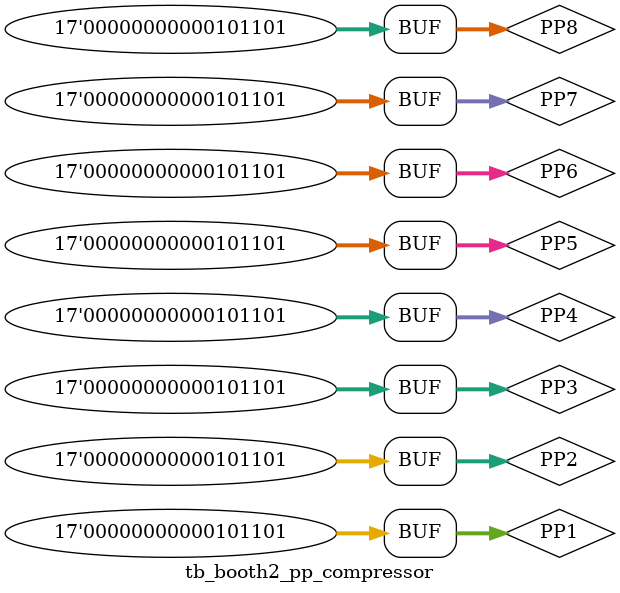
<source format=v>
`timescale 1ns / 1ps


module tb_booth2_pp_compressor(

    );
	
	reg [16:0] PP1		;
	reg [16:0] PP2		;
	reg [16:0] PP3		;
	reg [16:0] PP4		;
	reg [16:0] PP5		;
	reg [16:0] PP6		;
	reg [16:0] PP7		;
	reg [16:0] PP8		;
	
	wire[30:0] PPout1	;
	wire[28:0] PPout2	;
	
	initial begin
		PP1 <= 17'b0_0000_0000_0000_0001;
		PP2 <= 17'b0_0000_0000_0000_0001;
		PP3 <= 17'b0_0000_0000_0000_0001;
		PP4 <= 17'b0_0000_0000_0000_0001;
		PP5 <= 17'b0_0000_0000_0000_0001;
		PP6 <= 17'b0_0000_0000_0000_0001;
		PP7 <= 17'b0_0000_0000_0000_0001;
		PP8 <= 17'b0_0000_0000_0000_0001;
	#20        
		PP1 <= 17'b0_0000_0000_0000_1001;
		PP2 <= 17'b0_0000_0000_0000_1001;
		PP3 <= 17'b0_0000_0000_0000_1001;
		PP4 <= 17'b0_0000_0000_0000_1001;
		PP5 <= 17'b0_0000_0000_0000_1001;
		PP6 <= 17'b0_0000_0000_0000_1001;
		PP7 <= 17'b0_0000_0000_0000_1001;
		PP8 <= 17'b0_0000_0000_0000_1001;	

	#20
		PP1 <= 17'b0_0000_0000_0010_1101;
		PP2 <= 17'b0_0000_0000_0010_1101;
		PP3 <= 17'b0_0000_0000_0010_1101;
		PP4 <= 17'b0_0000_0000_0010_1101;
		PP5 <= 17'b0_0000_0000_0010_1101;
		PP6 <= 17'b0_0000_0000_0010_1101;
		PP7 <= 17'b0_0000_0000_0010_1101;
		PP8 <= 17'b0_0000_0000_0010_1101;			
	end
	
	
	booth2_pp_compressor booth2_pp_compressor_inst(
		//8个部分积,这里的部分还未进行移位补零操作，
		//PP1为booth2乘数编码最低位与被乘数相乘而产生的
		//PP8为booth2乘数编码最高位与被乘数相乘而产生的
		//即PP1为做竖式乘法运算由上往下第一行
		.PP1	(PP1	),
		.PP2	(PP2	),	
		.PP3	(PP3	),
		.PP4	(PP4	),
		.PP5	(PP5	),
		.PP6	(PP6	),
		.PP7	(PP7	),
		.PP8	(PP8	),

		.PPout1	(PPout1	),  //压缩后生成的两个部分积
		.PPout2 (PPout2 )
    );
endmodule

</source>
